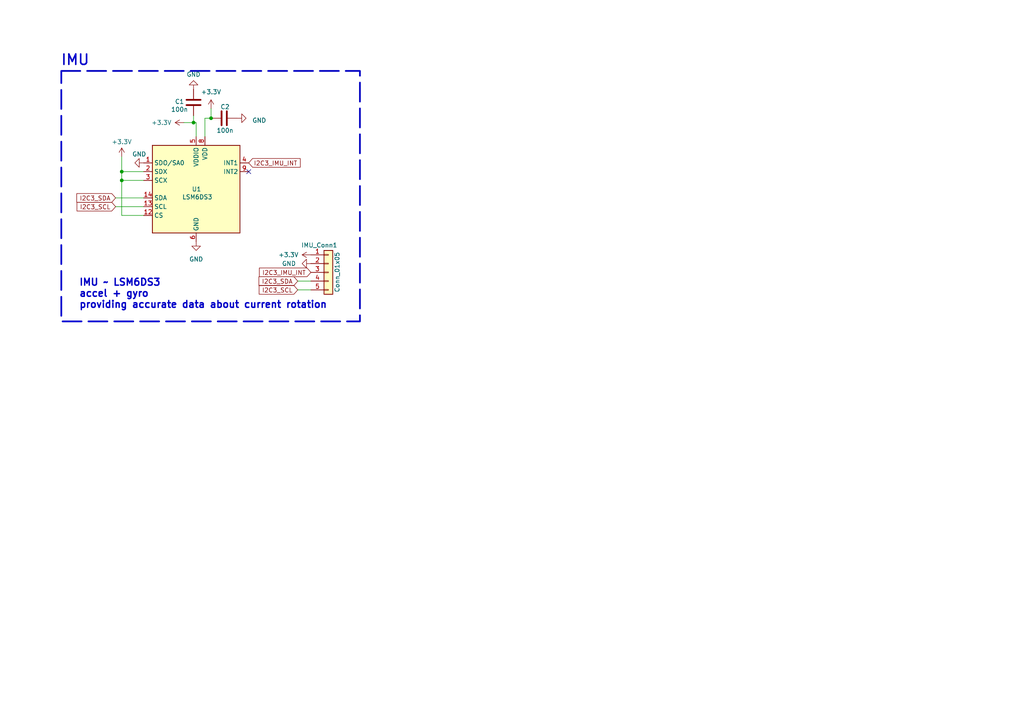
<source format=kicad_sch>
(kicad_sch (version 20231120) (generator "eeschema") (generator_version "8.0")
  (paper "A4")
  (lib_symbols
    (symbol "Connector_Generic:Conn_01x05" (pin_names (offset 1.016) hide)
      (property "Reference" "J" (at 0 7.62 0))
      (property "Value" "Conn_01x05" (at 0 -7.62 0))
      (symbol "Conn_01x05_1_1"
        (rectangle (start -1.27 -4.953) (end 0 -5.207) (stroke (width 0.1524)))
        (rectangle (start -1.27 -2.413) (end 0 -2.667) (stroke (width 0.1524)))
        (rectangle (start -1.27 0.127) (end 0 -0.127) (stroke (width 0.1524)))
        (rectangle (start -1.27 2.667) (end 0 2.413) (stroke (width 0.1524)))
        (rectangle (start -1.27 5.207) (end 0 4.953) (stroke (width 0.1524)))
        (rectangle (start -1.27 6.35) (end 1.27 -6.35) (stroke (width 0.254)) (fill (type background)))
        (pin passive line (at -5.08 5.08 0) (length 3.81) (name "Pin_1") (number "1"))
        (pin passive line (at -5.08 2.54 0) (length 3.81) (name "Pin_2") (number "2"))
        (pin passive line (at -5.08 0 0) (length 3.81) (name "Pin_3") (number "3"))
        (pin passive line (at -5.08 -2.54 0) (length 3.81) (name "Pin_4") (number "4"))
        (pin passive line (at -5.08 -5.08 0) (length 3.81) (name "Pin_5") (number "5"))
      )
    )
    (symbol "Device:C" (pin_numbers hide) (pin_names (offset 0.254))
      (property "Reference" "C" (at 0.635 2.54 0))
      (property "Value" "C" (at 0.635 -2.54 0))
      (symbol "C_0_1"
        (polyline (pts (xy -2.032 -0.762) (xy 2.032 -0.762)) (stroke (width 0.508)))
        (polyline (pts (xy -2.032 0.762) (xy 2.032 0.762)) (stroke (width 0.508)))
      )
      (symbol "C_1_1"
        (pin passive line (at 0 3.81 270) (length 2.794) (name "~") (number "1"))
        (pin passive line (at 0 -3.81 90) (length 2.794) (name "~") (number "2"))
      )
    )
    (symbol "Sensor_Motion:LSM6DS3"
      (property "Reference" "U" (at -11.43 15.24 0))
      (property "Value" "LSM6DS3" (at -11.43 12.7 0))
      (symbol "LSM6DS3_0_1"
        (rectangle (start -12.7 12.7) (end 12.7 -12.7) (stroke (width 0.254)) (fill (type background)))
      )
      (symbol "LSM6DS3_1_1"
        (pin bidirectional line (at -15.24 7.62 0) (length 2.54) (name "SDO/SA0") (number "1"))
        (pin no_connect line (at 12.7 -5.08 180) (length 3.81) hide (name "NC") (number "10"))
        (pin no_connect line (at 12.7 -2.54 180) (length 3.81) hide (name "NC") (number "11"))
        (pin input line (at -15.24 -7.62 0) (length 2.54) (name "CS") (number "12"))
        (pin input line (at -15.24 -5.08 0) (length 2.54) (name "SCL") (number "13"))
        (pin bidirectional line (at -15.24 -2.54 0) (length 2.54) (name "SDA") (number "14"))
        (pin bidirectional line (at -15.24 5.08 0) (length 2.54) (name "SDX") (number "2"))
        (pin input line (at -15.24 2.54 0) (length 2.54) (name "SCX") (number "3"))
        (pin output line (at 15.24 7.62 180) (length 2.54) (name "INT1") (number "4"))
        (pin power_in line (at 0 15.24 270) (length 2.54) (name "VDDIO") (number "5"))
        (pin power_in line (at 0 -15.24 90) (length 2.54) (name "GND") (number "6"))
        (pin passive line (at 0 -15.24 90) (length 2.54) hide (name "GND") (number "7"))
        (pin power_in line (at 2.54 15.24 270) (length 2.54) (name "VDD") (number "8"))
        (pin output line (at 15.24 5.08 180) (length 2.54) (name "INT2") (number "9"))
      )
    )
    (symbol "power:+3.3V" (power) (pin_names (offset 0))
      (property "Value" "+3.3V" (at 0 3.556 0))
      (symbol "+3.3V_0_1"
        (polyline (pts (xy -0.762 1.27) (xy 0 2.54)))
        (polyline (pts (xy 0 0) (xy 0 2.54)))
        (polyline (pts (xy 0 2.54) (xy 0.762 1.27)))
      )
      (symbol "+3.3V_1_1"
        (pin power_in line (at 0 0 90) (length 0) hide (name "+3.3V") (number "1"))
      )
    )
    (symbol "power:GND" (power) (pin_names (offset 0))
      (property "Value" "GND" (at 0 -3.81 0))
      (symbol "GND_0_1"
        (polyline (pts (xy 0 0) (xy 0 -1.27) (xy 1.27 -1.27) (xy 0 -2.54) (xy -1.27 -1.27) (xy 0 -1.27)))
      )
      (symbol "GND_1_1"
        (pin power_in line (at 0 0 270) (length 0) hide (name "GND") (number "1"))
      )
    )
  )
  (junction (at 35.306 52.324))
  (junction (at 35.306 49.784))
  (junction (at 56.134 35.56))
  (junction (at 61.214 34.29))
  (no_connect (at 72.136 49.784))
  (wire (pts (xy 35.306 49.784) (xy 35.306 45.466)))
  (wire (pts (xy 86.36 84.074) (xy 90.17 84.074)))
  (wire (pts (xy 35.306 52.324) (xy 35.306 49.784)))
  (wire (pts (xy 56.896 39.624) (xy 56.896 35.56)))
  (wire (pts (xy 59.436 34.29) (xy 61.214 34.29)))
  (wire (pts (xy 41.656 62.484) (xy 35.306 62.484)))
  (wire (pts (xy 56.134 33.528) (xy 56.134 35.56)))
  (wire (pts (xy 86.36 81.534) (xy 90.17 81.534)))
  (wire (pts (xy 35.306 49.784) (xy 41.656 49.784)))
  (wire (pts (xy 61.214 31.496) (xy 61.214 34.29)))
  (wire (pts (xy 56.896 35.56) (xy 56.134 35.56)))
  (wire (pts (xy 33.528 59.944) (xy 41.656 59.944)))
  (wire (pts (xy 35.306 62.484) (xy 35.306 52.324)))
  (wire (pts (xy 59.436 39.624) (xy 59.436 34.29)))
  (wire (pts (xy 33.528 57.404) (xy 41.656 57.404)))
  (wire (pts (xy 53.34 35.56) (xy 56.134 35.56)))
  (wire (pts (xy 35.306 52.324) (xy 41.656 52.324)))
  (rectangle (start 17.78 20.574) (end 104.394 93.218) (stroke (width 0.5) (type dash)))
  (text "IMU ~ LSM6DS3\naccel + gyro \nproviding accurate data about current rotation" (at 22.86 89.662 0) (effects (font (size 2 2) (thickness 0.4) (bold yes)) (justify left bottom)))
  (text "IMU" (at 17.526 19.304 0) (effects (font (size 3 3) (thickness 0.454) (bold yes)) (justify left bottom)))
  (global_label "I2C3_SCL" (shape input) (at 33.528 59.944 180) (property "Intersheetrefs" "${INTERSHEET_REFS}" (effects (hide yes))))
  (global_label "I2C3_SDA" (shape input) (at 33.528 57.404 180) (property "Intersheetrefs" "${INTERSHEET_REFS}" (effects (hide yes))))
  (global_label "I2C3_SCL" (shape input) (at 86.36 84.074 180) (property "Intersheetrefs" "${INTERSHEET_REFS}" (effects (hide yes))))
  (global_label "I2C3_SDA" (shape input) (at 86.36 81.534 180) (property "Intersheetrefs" "${INTERSHEET_REFS}" (effects (hide yes))))
  (global_label "I2C3_IMU_INT" (shape input) (at 90.17 78.994 180) (property "Intersheetrefs" "${INTERSHEET_REFS}" (effects (hide yes))))
  (global_label "I2C3_IMU_INT" (shape input) (at 72.136 47.244 0) (property "Intersheetrefs" "${INTERSHEET_REFS}" (effects (hide yes))))
  (symbol (lib_id "power:GND") (at 41.656 47.244 270) (unit 1)
    (property "Reference" "#PWR06" (effects (hide yes)))
    (property "Value" "GND" (at 42.418 44.704 90) (effects (justify right)))
  )
  (symbol (lib_id "Device:C") (at 65.024 34.29 270) (unit 1)
    (property "Reference" "C2" (at 65.278 30.988 90))
    (property "Value" "100n" (at 65.278 37.846 90))
    (property "Footprint" "Capacitor_SMD:C_0603_1608Metric" (effects (hide yes)))
  )
  (symbol (lib_id "power:+3.3V") (at 53.34 35.56 90) (unit 1)
    (property "Reference" "#PWR04" (effects (hide yes)))
    (property "Value" "+3.3V" (at 49.784 35.5599 90) (effects (justify left)))
  )
  (symbol (lib_id "power:GND") (at 68.834 34.29 90) (unit 1)
    (property "Reference" "#PWR03" (effects (hide yes)))
    (property "Value" "GND" (at 73.152 34.925 90) (effects (justify right)))
  )
  (symbol (lib_id "power:+3.3V") (at 61.214 31.496 0) (unit 1)
    (property "Reference" "#PWR05" (effects (hide yes)))
    (property "Value" "+3.3V" (at 61.214 26.67 0))
  )
  (symbol (lib_id "power:GND") (at 56.896 70.104 0) (unit 1)
    (property "Reference" "#PWR07" (effects (hide yes)))
    (property "Value" "GND" (at 56.896 75.184 0))
  )
  (symbol (lib_id "power:+3.3V") (at 35.306 45.466 0) (unit 1)
    (property "Reference" "#PWR02" (effects (hide yes)))
    (property "Value" "+3.3V" (at 35.306 41.148 0))
  )
  (symbol (lib_id "Device:C") (at 56.134 29.718 180) (unit 1)
    (property "Reference" "C1" (at 52.07 29.464 0))
    (property "Value" "100n" (at 52.07 31.75 0))
    (property "Footprint" "Capacitor_SMD:C_0603_1608Metric" (effects (hide yes)))
  )
  (symbol (lib_id "power:+3.3V") (at 90.17 73.914 90) (unit 1)
    (property "Reference" "#PWR010" (effects (hide yes)))
    (property "Value" "+3.3V" (at 86.614 73.9139 90) (effects (justify left)))
  )
  (symbol (lib_id "power:GND") (at 56.134 25.908 180) (unit 1)
    (property "Reference" "#PWR01" (effects (hide yes)))
    (property "Value" "GND" (at 56.134 21.59 0))
  )
  (symbol (lib_id "power:GND") (at 90.17 76.454 270) (unit 1)
    (property "Reference" "#PWR011" (effects (hide yes)))
    (property "Value" "GND" (at 85.852 76.4541 90) (effects (justify right)))
  )
  (symbol (lib_id "Sensor_Motion:LSM6DS3") (at 56.896 54.864 0) (unit 1)
    (property "Reference" "U1" (at 55.626 54.864 0) (effects (justify left)))
    (property "Value" "LSM6DS3" (at 52.832 57.15 0) (effects (justify left)))
    (property "Footprint" "Package_LGA:LGA-14_3x2.5mm_P0.5mm_LayoutBorder3x4y" (effects (hide yes)))
    (property "Datasheet" "https://www.st.com/resource/en/datasheet/lsm6ds3tr-c.pdf" (effects (hide yes)))
    (property "Description" "I2C/SPI, iNEMO inertial module: always-on 3D accelerometer and 3D gyroscope" (effects (hide yes)))
  )
  (symbol (lib_id "Connector_Generic:Conn_01x05") (at 95.25 78.994 0) (unit 1)
    (property "Reference" "IMU_Conn1" (at 87.376 71.12 0) (effects (justify left)))
    (property "Value" "Conn_01x05" (at 97.79 84.836 90) (effects (justify left)))
    (property "Footprint" "Libraries_SN:IMU_conn" (effects (hide yes)))
    (property "Description" "Generic connector, single row, 01x05, script generated (kicad-library-utils/schlib/autogen/connector/)" (effects (hide yes)))
  )
)
</source>
